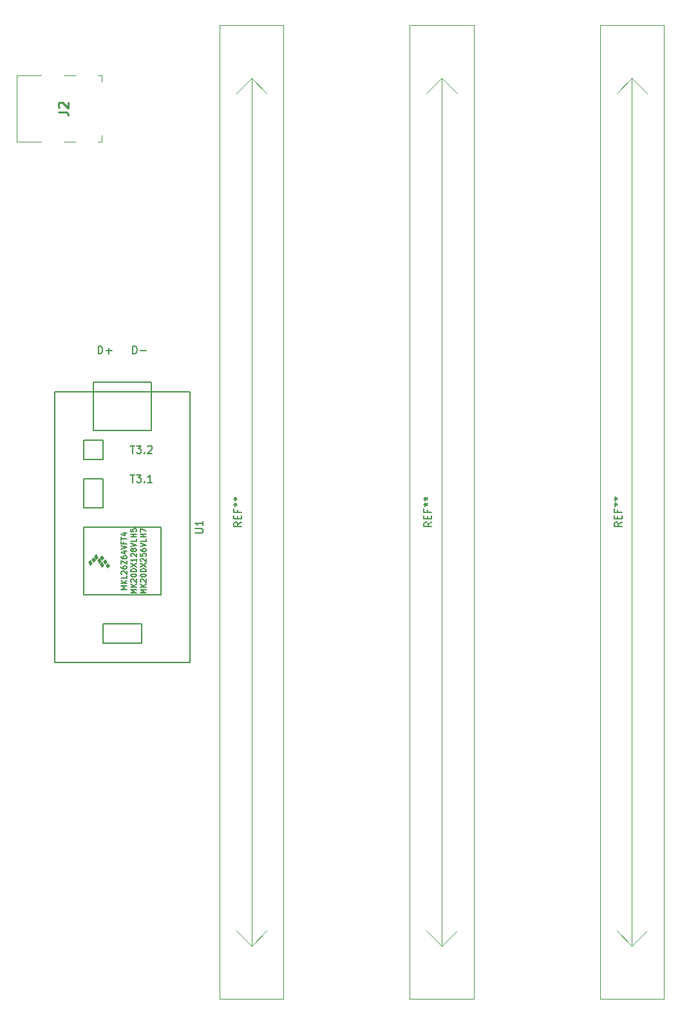
<source format=gbr>
G04 #@! TF.GenerationSoftware,KiCad,Pcbnew,(5.1.5)-3*
G04 #@! TF.CreationDate,2020-02-27T12:36:17+00:00*
G04 #@! TF.ProjectId,midi fader alps 100mm,6d696469-2066-4616-9465-7220616c7073,rev?*
G04 #@! TF.SameCoordinates,Original*
G04 #@! TF.FileFunction,Legend,Top*
G04 #@! TF.FilePolarity,Positive*
%FSLAX46Y46*%
G04 Gerber Fmt 4.6, Leading zero omitted, Abs format (unit mm)*
G04 Created by KiCad (PCBNEW (5.1.5)-3) date 2020-02-27 12:36:17*
%MOMM*%
%LPD*%
G04 APERTURE LIST*
%ADD10C,0.100000*%
%ADD11C,0.150000*%
%ADD12C,0.120000*%
%ADD13C,0.254000*%
G04 APERTURE END LIST*
D10*
G36*
X128079000Y-125826000D02*
G01*
X128333000Y-125572000D01*
X128587000Y-125953000D01*
X128333000Y-126207000D01*
X128079000Y-125826000D01*
G37*
X128079000Y-125826000D02*
X128333000Y-125572000D01*
X128587000Y-125953000D01*
X128333000Y-126207000D01*
X128079000Y-125826000D01*
G36*
X127317000Y-124810000D02*
G01*
X127571000Y-124556000D01*
X127825000Y-124937000D01*
X127571000Y-125191000D01*
X127317000Y-124810000D01*
G37*
X127317000Y-124810000D02*
X127571000Y-124556000D01*
X127825000Y-124937000D01*
X127571000Y-125191000D01*
X127317000Y-124810000D01*
G36*
X126555000Y-125572000D02*
G01*
X126809000Y-125318000D01*
X127063000Y-125699000D01*
X126809000Y-125953000D01*
X126555000Y-125572000D01*
G37*
X126555000Y-125572000D02*
X126809000Y-125318000D01*
X127063000Y-125699000D01*
X126809000Y-125953000D01*
X126555000Y-125572000D01*
G36*
X128460000Y-125445000D02*
G01*
X128714000Y-125191000D01*
X128968000Y-125572000D01*
X128714000Y-125826000D01*
X128460000Y-125445000D01*
G37*
X128460000Y-125445000D02*
X128714000Y-125191000D01*
X128968000Y-125572000D01*
X128714000Y-125826000D01*
X128460000Y-125445000D01*
G36*
X126936000Y-125191000D02*
G01*
X127190000Y-124937000D01*
X127444000Y-125318000D01*
X127190000Y-125572000D01*
X126936000Y-125191000D01*
G37*
X126936000Y-125191000D02*
X127190000Y-124937000D01*
X127444000Y-125318000D01*
X127190000Y-125572000D01*
X126936000Y-125191000D01*
G36*
X128841000Y-125953000D02*
G01*
X129095000Y-125699000D01*
X129349000Y-126080000D01*
X129095000Y-126334000D01*
X128841000Y-125953000D01*
G37*
X128841000Y-125953000D02*
X129095000Y-125699000D01*
X129349000Y-126080000D01*
X129095000Y-126334000D01*
X128841000Y-125953000D01*
G36*
X127698000Y-125318000D02*
G01*
X127952000Y-125064000D01*
X128206000Y-125445000D01*
X127952000Y-125699000D01*
X127698000Y-125318000D01*
G37*
X127698000Y-125318000D02*
X127952000Y-125064000D01*
X128206000Y-125445000D01*
X127952000Y-125699000D01*
X127698000Y-125318000D01*
G36*
X128079000Y-124937000D02*
G01*
X128333000Y-124683000D01*
X128587000Y-125064000D01*
X128333000Y-125318000D01*
X128079000Y-124937000D01*
G37*
X128079000Y-124937000D02*
X128333000Y-124683000D01*
X128587000Y-125064000D01*
X128333000Y-125318000D01*
X128079000Y-124937000D01*
D11*
X122110000Y-103220000D02*
X139890000Y-103220000D01*
X122110000Y-138780000D02*
X122110000Y-103220000D01*
X139890000Y-138780000D02*
X122110000Y-138780000D01*
X139890000Y-103220000D02*
X139890000Y-138780000D01*
X125920000Y-129890000D02*
X125920000Y-121000000D01*
X136080000Y-129890000D02*
X136080000Y-121000000D01*
X136080000Y-121000000D02*
X125920000Y-121000000D01*
X125920000Y-129890000D02*
X136080000Y-129890000D01*
X133540000Y-133700000D02*
X133540000Y-136240000D01*
X128460000Y-133700000D02*
X133540000Y-133700000D01*
X128460000Y-136240000D02*
X128460000Y-133700000D01*
X133540000Y-136240000D02*
X128460000Y-136240000D01*
X128460000Y-109570000D02*
X125920000Y-109570000D01*
X128460000Y-112110000D02*
X128460000Y-109570000D01*
X125920000Y-112110000D02*
X128460000Y-112110000D01*
X125920000Y-109570000D02*
X125920000Y-112110000D01*
X127190000Y-108300000D02*
X127190000Y-103220000D01*
X134810000Y-108300000D02*
X134810000Y-103220000D01*
X127190000Y-108300000D02*
X134810000Y-108300000D01*
X128460000Y-114650000D02*
X125920000Y-114650000D01*
X128460000Y-118460000D02*
X128460000Y-114650000D01*
X125920000Y-118460000D02*
X128460000Y-118460000D01*
X125920000Y-114650000D02*
X125920000Y-118460000D01*
X134810000Y-101950000D02*
X134810000Y-103220000D01*
X127190000Y-101950000D02*
X134810000Y-101950000D01*
X127190000Y-103220000D02*
X127190000Y-101950000D01*
D10*
X128305000Y-70370000D02*
X128305000Y-69500000D01*
X127805000Y-70370000D02*
X128305000Y-70370000D01*
X128305000Y-61630000D02*
X128305000Y-62500000D01*
X127805000Y-61630000D02*
X128305000Y-61630000D01*
X123305000Y-70370000D02*
X124805000Y-70370000D01*
X123305000Y-61630000D02*
X124805000Y-61630000D01*
X117105000Y-70370000D02*
X120305000Y-70370000D01*
X117105000Y-61630000D02*
X117105000Y-70370000D01*
X120305000Y-61630000D02*
X117105000Y-61630000D01*
D12*
X168800000Y-55000000D02*
X177200000Y-55000000D01*
X168800000Y-183000000D02*
X177200000Y-183000000D01*
X173000000Y-62000000D02*
X175000000Y-64000000D01*
X173000000Y-62000000D02*
X171000000Y-64000000D01*
X173000000Y-176000000D02*
X175000000Y-174000000D01*
X173000000Y-176000000D02*
X171000000Y-174000000D01*
X173000000Y-176000000D02*
X173000000Y-62000000D01*
X177200000Y-183000000D02*
X177200000Y-55000000D01*
X168800000Y-183000000D02*
X168800000Y-55000000D01*
X143800000Y-55000000D02*
X152200000Y-55000000D01*
X143800000Y-183000000D02*
X152200000Y-183000000D01*
X148000000Y-62000000D02*
X150000000Y-64000000D01*
X148000000Y-62000000D02*
X146000000Y-64000000D01*
X148000000Y-176000000D02*
X150000000Y-174000000D01*
X148000000Y-176000000D02*
X146000000Y-174000000D01*
X148000000Y-176000000D02*
X148000000Y-62000000D01*
X152200000Y-183000000D02*
X152200000Y-55000000D01*
X143800000Y-183000000D02*
X143800000Y-55000000D01*
X193800000Y-55000000D02*
X202200000Y-55000000D01*
X193800000Y-183000000D02*
X202200000Y-183000000D01*
X198000000Y-62000000D02*
X200000000Y-64000000D01*
X198000000Y-62000000D02*
X196000000Y-64000000D01*
X198000000Y-176000000D02*
X200000000Y-174000000D01*
X198000000Y-176000000D02*
X196000000Y-174000000D01*
X198000000Y-176000000D02*
X198000000Y-62000000D01*
X202200000Y-183000000D02*
X202200000Y-55000000D01*
X193800000Y-183000000D02*
X193800000Y-55000000D01*
D11*
X140612380Y-121761904D02*
X141421904Y-121761904D01*
X141517142Y-121714285D01*
X141564761Y-121666666D01*
X141612380Y-121571428D01*
X141612380Y-121380952D01*
X141564761Y-121285714D01*
X141517142Y-121238095D01*
X141421904Y-121190476D01*
X140612380Y-121190476D01*
X141612380Y-120190476D02*
X141612380Y-120761904D01*
X141612380Y-120476190D02*
X140612380Y-120476190D01*
X140755238Y-120571428D01*
X140850476Y-120666666D01*
X140898095Y-120761904D01*
X132840666Y-129661666D02*
X132140666Y-129661666D01*
X132640666Y-129428333D01*
X132140666Y-129195000D01*
X132840666Y-129195000D01*
X132840666Y-128861666D02*
X132140666Y-128861666D01*
X132840666Y-128461666D02*
X132440666Y-128761666D01*
X132140666Y-128461666D02*
X132540666Y-128861666D01*
X132207333Y-128195000D02*
X132174000Y-128161666D01*
X132140666Y-128095000D01*
X132140666Y-127928333D01*
X132174000Y-127861666D01*
X132207333Y-127828333D01*
X132274000Y-127795000D01*
X132340666Y-127795000D01*
X132440666Y-127828333D01*
X132840666Y-128228333D01*
X132840666Y-127795000D01*
X132140666Y-127361666D02*
X132140666Y-127295000D01*
X132174000Y-127228333D01*
X132207333Y-127195000D01*
X132274000Y-127161666D01*
X132407333Y-127128333D01*
X132574000Y-127128333D01*
X132707333Y-127161666D01*
X132774000Y-127195000D01*
X132807333Y-127228333D01*
X132840666Y-127295000D01*
X132840666Y-127361666D01*
X132807333Y-127428333D01*
X132774000Y-127461666D01*
X132707333Y-127495000D01*
X132574000Y-127528333D01*
X132407333Y-127528333D01*
X132274000Y-127495000D01*
X132207333Y-127461666D01*
X132174000Y-127428333D01*
X132140666Y-127361666D01*
X132840666Y-126828333D02*
X132140666Y-126828333D01*
X132140666Y-126661666D01*
X132174000Y-126561666D01*
X132240666Y-126495000D01*
X132307333Y-126461666D01*
X132440666Y-126428333D01*
X132540666Y-126428333D01*
X132674000Y-126461666D01*
X132740666Y-126495000D01*
X132807333Y-126561666D01*
X132840666Y-126661666D01*
X132840666Y-126828333D01*
X132140666Y-126195000D02*
X132840666Y-125728333D01*
X132140666Y-125728333D02*
X132840666Y-126195000D01*
X132840666Y-125095000D02*
X132840666Y-125495000D01*
X132840666Y-125295000D02*
X132140666Y-125295000D01*
X132240666Y-125361666D01*
X132307333Y-125428333D01*
X132340666Y-125495000D01*
X132207333Y-124828333D02*
X132174000Y-124795000D01*
X132140666Y-124728333D01*
X132140666Y-124561666D01*
X132174000Y-124495000D01*
X132207333Y-124461666D01*
X132274000Y-124428333D01*
X132340666Y-124428333D01*
X132440666Y-124461666D01*
X132840666Y-124861666D01*
X132840666Y-124428333D01*
X132440666Y-124028333D02*
X132407333Y-124095000D01*
X132374000Y-124128333D01*
X132307333Y-124161666D01*
X132274000Y-124161666D01*
X132207333Y-124128333D01*
X132174000Y-124095000D01*
X132140666Y-124028333D01*
X132140666Y-123895000D01*
X132174000Y-123828333D01*
X132207333Y-123795000D01*
X132274000Y-123761666D01*
X132307333Y-123761666D01*
X132374000Y-123795000D01*
X132407333Y-123828333D01*
X132440666Y-123895000D01*
X132440666Y-124028333D01*
X132474000Y-124095000D01*
X132507333Y-124128333D01*
X132574000Y-124161666D01*
X132707333Y-124161666D01*
X132774000Y-124128333D01*
X132807333Y-124095000D01*
X132840666Y-124028333D01*
X132840666Y-123895000D01*
X132807333Y-123828333D01*
X132774000Y-123795000D01*
X132707333Y-123761666D01*
X132574000Y-123761666D01*
X132507333Y-123795000D01*
X132474000Y-123828333D01*
X132440666Y-123895000D01*
X132140666Y-123561666D02*
X132840666Y-123328333D01*
X132140666Y-123095000D01*
X132840666Y-122528333D02*
X132840666Y-122861666D01*
X132140666Y-122861666D01*
X132840666Y-122295000D02*
X132140666Y-122295000D01*
X132474000Y-122295000D02*
X132474000Y-121895000D01*
X132840666Y-121895000D02*
X132140666Y-121895000D01*
X132140666Y-121228333D02*
X132140666Y-121561666D01*
X132474000Y-121595000D01*
X132440666Y-121561666D01*
X132407333Y-121495000D01*
X132407333Y-121328333D01*
X132440666Y-121261666D01*
X132474000Y-121228333D01*
X132540666Y-121195000D01*
X132707333Y-121195000D01*
X132774000Y-121228333D01*
X132807333Y-121261666D01*
X132840666Y-121328333D01*
X132840666Y-121495000D01*
X132807333Y-121561666D01*
X132774000Y-121595000D01*
X131570666Y-129178333D02*
X130870666Y-129178333D01*
X131370666Y-128945000D01*
X130870666Y-128711666D01*
X131570666Y-128711666D01*
X131570666Y-128378333D02*
X130870666Y-128378333D01*
X131570666Y-127978333D02*
X131170666Y-128278333D01*
X130870666Y-127978333D02*
X131270666Y-128378333D01*
X131570666Y-127345000D02*
X131570666Y-127678333D01*
X130870666Y-127678333D01*
X130937333Y-127145000D02*
X130904000Y-127111666D01*
X130870666Y-127045000D01*
X130870666Y-126878333D01*
X130904000Y-126811666D01*
X130937333Y-126778333D01*
X131004000Y-126745000D01*
X131070666Y-126745000D01*
X131170666Y-126778333D01*
X131570666Y-127178333D01*
X131570666Y-126745000D01*
X130870666Y-126145000D02*
X130870666Y-126278333D01*
X130904000Y-126345000D01*
X130937333Y-126378333D01*
X131037333Y-126445000D01*
X131170666Y-126478333D01*
X131437333Y-126478333D01*
X131504000Y-126445000D01*
X131537333Y-126411666D01*
X131570666Y-126345000D01*
X131570666Y-126211666D01*
X131537333Y-126145000D01*
X131504000Y-126111666D01*
X131437333Y-126078333D01*
X131270666Y-126078333D01*
X131204000Y-126111666D01*
X131170666Y-126145000D01*
X131137333Y-126211666D01*
X131137333Y-126345000D01*
X131170666Y-126411666D01*
X131204000Y-126445000D01*
X131270666Y-126478333D01*
X130870666Y-125845000D02*
X130870666Y-125378333D01*
X131570666Y-125845000D01*
X131570666Y-125378333D01*
X130870666Y-124811666D02*
X130870666Y-124945000D01*
X130904000Y-125011666D01*
X130937333Y-125045000D01*
X131037333Y-125111666D01*
X131170666Y-125145000D01*
X131437333Y-125145000D01*
X131504000Y-125111666D01*
X131537333Y-125078333D01*
X131570666Y-125011666D01*
X131570666Y-124878333D01*
X131537333Y-124811666D01*
X131504000Y-124778333D01*
X131437333Y-124745000D01*
X131270666Y-124745000D01*
X131204000Y-124778333D01*
X131170666Y-124811666D01*
X131137333Y-124878333D01*
X131137333Y-125011666D01*
X131170666Y-125078333D01*
X131204000Y-125111666D01*
X131270666Y-125145000D01*
X131104000Y-124145000D02*
X131570666Y-124145000D01*
X130837333Y-124311666D02*
X131337333Y-124478333D01*
X131337333Y-124045000D01*
X130870666Y-123878333D02*
X131570666Y-123645000D01*
X130870666Y-123411666D01*
X131204000Y-122945000D02*
X131204000Y-123178333D01*
X131570666Y-123178333D02*
X130870666Y-123178333D01*
X130870666Y-122845000D01*
X130870666Y-122678333D02*
X130870666Y-122278333D01*
X131570666Y-122478333D02*
X130870666Y-122478333D01*
X131104000Y-121745000D02*
X131570666Y-121745000D01*
X130837333Y-121911666D02*
X131337333Y-122078333D01*
X131337333Y-121645000D01*
X134110666Y-129661666D02*
X133410666Y-129661666D01*
X133910666Y-129428333D01*
X133410666Y-129195000D01*
X134110666Y-129195000D01*
X134110666Y-128861666D02*
X133410666Y-128861666D01*
X134110666Y-128461666D02*
X133710666Y-128761666D01*
X133410666Y-128461666D02*
X133810666Y-128861666D01*
X133477333Y-128195000D02*
X133444000Y-128161666D01*
X133410666Y-128095000D01*
X133410666Y-127928333D01*
X133444000Y-127861666D01*
X133477333Y-127828333D01*
X133544000Y-127795000D01*
X133610666Y-127795000D01*
X133710666Y-127828333D01*
X134110666Y-128228333D01*
X134110666Y-127795000D01*
X133410666Y-127361666D02*
X133410666Y-127295000D01*
X133444000Y-127228333D01*
X133477333Y-127195000D01*
X133544000Y-127161666D01*
X133677333Y-127128333D01*
X133844000Y-127128333D01*
X133977333Y-127161666D01*
X134044000Y-127195000D01*
X134077333Y-127228333D01*
X134110666Y-127295000D01*
X134110666Y-127361666D01*
X134077333Y-127428333D01*
X134044000Y-127461666D01*
X133977333Y-127495000D01*
X133844000Y-127528333D01*
X133677333Y-127528333D01*
X133544000Y-127495000D01*
X133477333Y-127461666D01*
X133444000Y-127428333D01*
X133410666Y-127361666D01*
X134110666Y-126828333D02*
X133410666Y-126828333D01*
X133410666Y-126661666D01*
X133444000Y-126561666D01*
X133510666Y-126495000D01*
X133577333Y-126461666D01*
X133710666Y-126428333D01*
X133810666Y-126428333D01*
X133944000Y-126461666D01*
X134010666Y-126495000D01*
X134077333Y-126561666D01*
X134110666Y-126661666D01*
X134110666Y-126828333D01*
X133410666Y-126195000D02*
X134110666Y-125728333D01*
X133410666Y-125728333D02*
X134110666Y-126195000D01*
X133477333Y-125495000D02*
X133444000Y-125461666D01*
X133410666Y-125395000D01*
X133410666Y-125228333D01*
X133444000Y-125161666D01*
X133477333Y-125128333D01*
X133544000Y-125095000D01*
X133610666Y-125095000D01*
X133710666Y-125128333D01*
X134110666Y-125528333D01*
X134110666Y-125095000D01*
X133410666Y-124461666D02*
X133410666Y-124795000D01*
X133744000Y-124828333D01*
X133710666Y-124795000D01*
X133677333Y-124728333D01*
X133677333Y-124561666D01*
X133710666Y-124495000D01*
X133744000Y-124461666D01*
X133810666Y-124428333D01*
X133977333Y-124428333D01*
X134044000Y-124461666D01*
X134077333Y-124495000D01*
X134110666Y-124561666D01*
X134110666Y-124728333D01*
X134077333Y-124795000D01*
X134044000Y-124828333D01*
X133410666Y-123828333D02*
X133410666Y-123961666D01*
X133444000Y-124028333D01*
X133477333Y-124061666D01*
X133577333Y-124128333D01*
X133710666Y-124161666D01*
X133977333Y-124161666D01*
X134044000Y-124128333D01*
X134077333Y-124095000D01*
X134110666Y-124028333D01*
X134110666Y-123895000D01*
X134077333Y-123828333D01*
X134044000Y-123795000D01*
X133977333Y-123761666D01*
X133810666Y-123761666D01*
X133744000Y-123795000D01*
X133710666Y-123828333D01*
X133677333Y-123895000D01*
X133677333Y-124028333D01*
X133710666Y-124095000D01*
X133744000Y-124128333D01*
X133810666Y-124161666D01*
X133410666Y-123561666D02*
X134110666Y-123328333D01*
X133410666Y-123095000D01*
X134110666Y-122528333D02*
X134110666Y-122861666D01*
X133410666Y-122861666D01*
X134110666Y-122295000D02*
X133410666Y-122295000D01*
X133744000Y-122295000D02*
X133744000Y-121895000D01*
X134110666Y-121895000D02*
X133410666Y-121895000D01*
X133410666Y-121628333D02*
X133410666Y-121161666D01*
X134110666Y-121461666D01*
X132063809Y-114102380D02*
X132635238Y-114102380D01*
X132349523Y-115102380D02*
X132349523Y-114102380D01*
X132873333Y-114102380D02*
X133492380Y-114102380D01*
X133159047Y-114483333D01*
X133301904Y-114483333D01*
X133397142Y-114530952D01*
X133444761Y-114578571D01*
X133492380Y-114673809D01*
X133492380Y-114911904D01*
X133444761Y-115007142D01*
X133397142Y-115054761D01*
X133301904Y-115102380D01*
X133016190Y-115102380D01*
X132920952Y-115054761D01*
X132873333Y-115007142D01*
X133920952Y-115007142D02*
X133968571Y-115054761D01*
X133920952Y-115102380D01*
X133873333Y-115054761D01*
X133920952Y-115007142D01*
X133920952Y-115102380D01*
X134920952Y-115102380D02*
X134349523Y-115102380D01*
X134635238Y-115102380D02*
X134635238Y-114102380D01*
X134540000Y-114245238D01*
X134444761Y-114340476D01*
X134349523Y-114388095D01*
X132063809Y-110292380D02*
X132635238Y-110292380D01*
X132349523Y-111292380D02*
X132349523Y-110292380D01*
X132873333Y-110292380D02*
X133492380Y-110292380D01*
X133159047Y-110673333D01*
X133301904Y-110673333D01*
X133397142Y-110720952D01*
X133444761Y-110768571D01*
X133492380Y-110863809D01*
X133492380Y-111101904D01*
X133444761Y-111197142D01*
X133397142Y-111244761D01*
X133301904Y-111292380D01*
X133016190Y-111292380D01*
X132920952Y-111244761D01*
X132873333Y-111197142D01*
X133920952Y-111197142D02*
X133968571Y-111244761D01*
X133920952Y-111292380D01*
X133873333Y-111244761D01*
X133920952Y-111197142D01*
X133920952Y-111292380D01*
X134349523Y-110387619D02*
X134397142Y-110340000D01*
X134492380Y-110292380D01*
X134730476Y-110292380D01*
X134825714Y-110340000D01*
X134873333Y-110387619D01*
X134920952Y-110482857D01*
X134920952Y-110578095D01*
X134873333Y-110720952D01*
X134301904Y-111292380D01*
X134920952Y-111292380D01*
X127857142Y-98202380D02*
X127857142Y-97202380D01*
X128095238Y-97202380D01*
X128238095Y-97250000D01*
X128333333Y-97345238D01*
X128380952Y-97440476D01*
X128428571Y-97630952D01*
X128428571Y-97773809D01*
X128380952Y-97964285D01*
X128333333Y-98059523D01*
X128238095Y-98154761D01*
X128095238Y-98202380D01*
X127857142Y-98202380D01*
X128857142Y-97821428D02*
X129619047Y-97821428D01*
X129238095Y-98202380D02*
X129238095Y-97440476D01*
X132380952Y-98202380D02*
X132380952Y-97202380D01*
X132619047Y-97202380D01*
X132761904Y-97250000D01*
X132857142Y-97345238D01*
X132904761Y-97440476D01*
X132952380Y-97630952D01*
X132952380Y-97773809D01*
X132904761Y-97964285D01*
X132857142Y-98059523D01*
X132761904Y-98154761D01*
X132619047Y-98202380D01*
X132380952Y-98202380D01*
X133380952Y-97821428D02*
X134142857Y-97821428D01*
D13*
X122604523Y-66423333D02*
X123511666Y-66423333D01*
X123693095Y-66483809D01*
X123814047Y-66604761D01*
X123874523Y-66786190D01*
X123874523Y-66907142D01*
X122725476Y-65879047D02*
X122665000Y-65818571D01*
X122604523Y-65697619D01*
X122604523Y-65395238D01*
X122665000Y-65274285D01*
X122725476Y-65213809D01*
X122846428Y-65153333D01*
X122967380Y-65153333D01*
X123148809Y-65213809D01*
X123874523Y-65939523D01*
X123874523Y-65153333D01*
D11*
X171674380Y-120333333D02*
X171198190Y-120666666D01*
X171674380Y-120904761D02*
X170674380Y-120904761D01*
X170674380Y-120523809D01*
X170722000Y-120428571D01*
X170769619Y-120380952D01*
X170864857Y-120333333D01*
X171007714Y-120333333D01*
X171102952Y-120380952D01*
X171150571Y-120428571D01*
X171198190Y-120523809D01*
X171198190Y-120904761D01*
X171150571Y-119904761D02*
X171150571Y-119571428D01*
X171674380Y-119428571D02*
X171674380Y-119904761D01*
X170674380Y-119904761D01*
X170674380Y-119428571D01*
X171150571Y-118666666D02*
X171150571Y-119000000D01*
X171674380Y-119000000D02*
X170674380Y-119000000D01*
X170674380Y-118523809D01*
X170674380Y-118000000D02*
X170912476Y-118000000D01*
X170817238Y-118238095D02*
X170912476Y-118000000D01*
X170817238Y-117761904D01*
X171102952Y-118142857D02*
X170912476Y-118000000D01*
X171102952Y-117857142D01*
X170674380Y-117238095D02*
X170912476Y-117238095D01*
X170817238Y-117476190D02*
X170912476Y-117238095D01*
X170817238Y-117000000D01*
X171102952Y-117380952D02*
X170912476Y-117238095D01*
X171102952Y-117095238D01*
X146674380Y-120333333D02*
X146198190Y-120666666D01*
X146674380Y-120904761D02*
X145674380Y-120904761D01*
X145674380Y-120523809D01*
X145722000Y-120428571D01*
X145769619Y-120380952D01*
X145864857Y-120333333D01*
X146007714Y-120333333D01*
X146102952Y-120380952D01*
X146150571Y-120428571D01*
X146198190Y-120523809D01*
X146198190Y-120904761D01*
X146150571Y-119904761D02*
X146150571Y-119571428D01*
X146674380Y-119428571D02*
X146674380Y-119904761D01*
X145674380Y-119904761D01*
X145674380Y-119428571D01*
X146150571Y-118666666D02*
X146150571Y-119000000D01*
X146674380Y-119000000D02*
X145674380Y-119000000D01*
X145674380Y-118523809D01*
X145674380Y-118000000D02*
X145912476Y-118000000D01*
X145817238Y-118238095D02*
X145912476Y-118000000D01*
X145817238Y-117761904D01*
X146102952Y-118142857D02*
X145912476Y-118000000D01*
X146102952Y-117857142D01*
X145674380Y-117238095D02*
X145912476Y-117238095D01*
X145817238Y-117476190D02*
X145912476Y-117238095D01*
X145817238Y-117000000D01*
X146102952Y-117380952D02*
X145912476Y-117238095D01*
X146102952Y-117095238D01*
X196674380Y-120333333D02*
X196198190Y-120666666D01*
X196674380Y-120904761D02*
X195674380Y-120904761D01*
X195674380Y-120523809D01*
X195722000Y-120428571D01*
X195769619Y-120380952D01*
X195864857Y-120333333D01*
X196007714Y-120333333D01*
X196102952Y-120380952D01*
X196150571Y-120428571D01*
X196198190Y-120523809D01*
X196198190Y-120904761D01*
X196150571Y-119904761D02*
X196150571Y-119571428D01*
X196674380Y-119428571D02*
X196674380Y-119904761D01*
X195674380Y-119904761D01*
X195674380Y-119428571D01*
X196150571Y-118666666D02*
X196150571Y-119000000D01*
X196674380Y-119000000D02*
X195674380Y-119000000D01*
X195674380Y-118523809D01*
X195674380Y-118000000D02*
X195912476Y-118000000D01*
X195817238Y-118238095D02*
X195912476Y-118000000D01*
X195817238Y-117761904D01*
X196102952Y-118142857D02*
X195912476Y-118000000D01*
X196102952Y-117857142D01*
X195674380Y-117238095D02*
X195912476Y-117238095D01*
X195817238Y-117476190D02*
X195912476Y-117238095D01*
X195817238Y-117000000D01*
X196102952Y-117380952D02*
X195912476Y-117238095D01*
X196102952Y-117095238D01*
M02*

</source>
